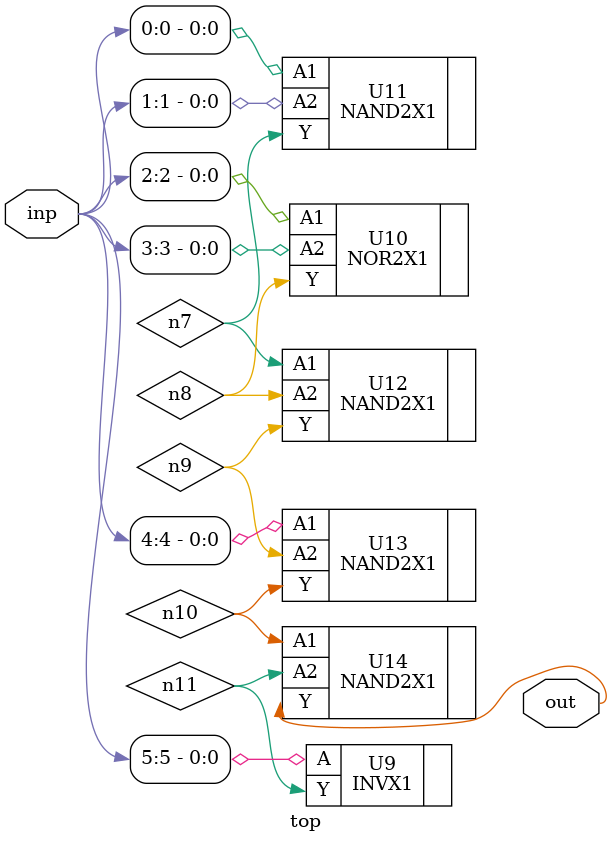
<source format=sv>


module top ( inp, out );
  input [5:0] inp;
  output out;
  wire   n7, n8, n9, n10, n11;

  INVX1 U9 ( .A(inp[5]), .Y(n11) );
  NOR2X1 U10 ( .A1(inp[2]), .A2(inp[3]), .Y(n8) );
  NAND2X1 U11 ( .A1(inp[0]), .A2(inp[1]), .Y(n7) );
  NAND2X1 U12 ( .A1(n7), .A2(n8), .Y(n9) );
  NAND2X1 U13 ( .A1(inp[4]), .A2(n9), .Y(n10) );
  NAND2X1 U14 ( .A1(n10), .A2(n11), .Y(out) );
endmodule


</source>
